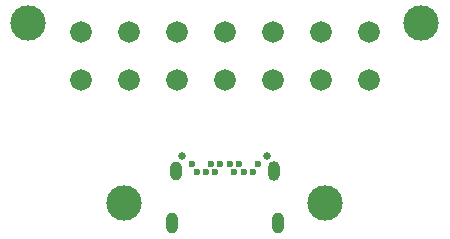
<source format=gbr>
%TF.GenerationSoftware,KiCad,Pcbnew,7.0.5*%
%TF.CreationDate,2024-03-09T10:35:28-05:00*%
%TF.ProjectId,commapogo_male,636f6d6d-6170-46f6-976f-5f6d616c652e,rev?*%
%TF.SameCoordinates,Original*%
%TF.FileFunction,Soldermask,Bot*%
%TF.FilePolarity,Negative*%
%FSLAX46Y46*%
G04 Gerber Fmt 4.6, Leading zero omitted, Abs format (unit mm)*
G04 Created by KiCad (PCBNEW 7.0.5) date 2024-03-09 10:35:28*
%MOMM*%
%LPD*%
G01*
G04 APERTURE LIST*
%ADD10C,3.000000*%
%ADD11C,0.650000*%
%ADD12O,1.000000X1.600000*%
%ADD13O,1.000000X1.800000*%
%ADD14O,1.000000X1.700000*%
%ADD15C,0.600000*%
%ADD16C,1.828800*%
G04 APERTURE END LIST*
D10*
%TO.C,H1*%
X-16637000Y6858000D03*
%TD*%
D11*
%TO.C,J2*%
X-3600000Y-4370000D03*
X3590000Y-4330000D03*
D12*
X-4125000Y-5620000D03*
D13*
X-4485000Y-10010000D03*
X4485000Y-10010000D03*
D14*
X4125000Y-5620000D03*
D15*
X2800000Y-5020000D03*
X2400000Y-5720000D03*
X1600000Y-5720000D03*
X1200000Y-5020000D03*
X800000Y-5720000D03*
X400000Y-5020000D03*
X-400000Y-5020000D03*
X-800000Y-5720000D03*
X-1200000Y-5020000D03*
X-1600000Y-5720000D03*
X-2400000Y-5720000D03*
X-2800000Y-5020000D03*
%TD*%
D10*
%TO.C,H4*%
X8509000Y-8382000D03*
%TD*%
%TO.C,H3*%
X-8509000Y-8382000D03*
%TD*%
%TO.C,H2*%
X16637000Y6858000D03*
%TD*%
D16*
%TO.C,J1*%
X-12192000Y6096000D03*
X-8128000Y6096000D03*
X-4064000Y6096000D03*
X0Y6096000D03*
X4064000Y6096000D03*
X8128000Y6096000D03*
X12192000Y6096000D03*
X-12192000Y2032000D03*
X-8128000Y2032000D03*
X-4064000Y2032000D03*
X0Y2032000D03*
X4064000Y2032000D03*
X8128000Y2032000D03*
X12192000Y2032000D03*
%TD*%
M02*

</source>
